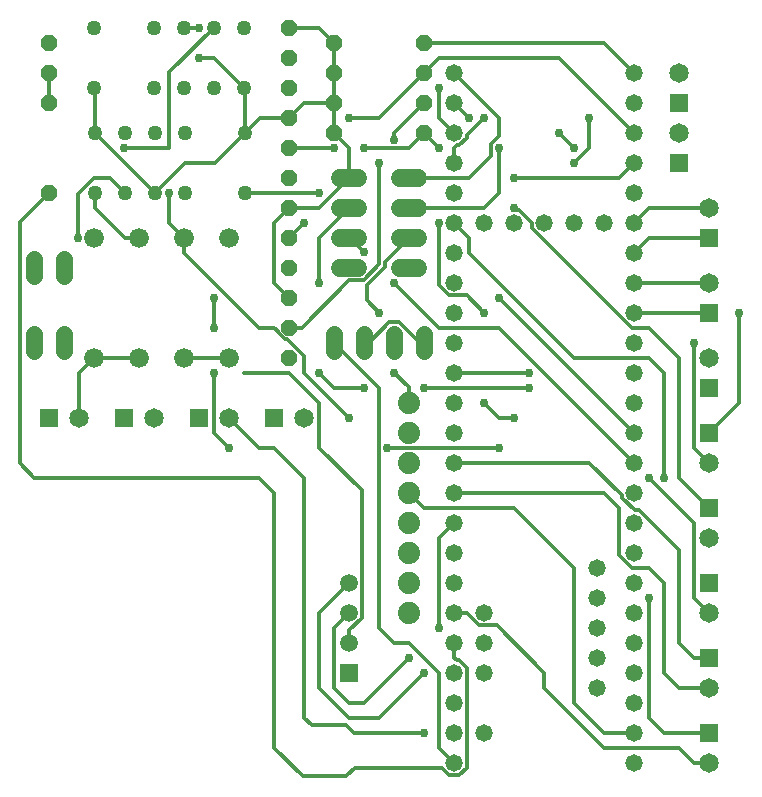
<source format=gbr>
G04 EAGLE Gerber RS-274X export*
G75*
%MOMM*%
%FSLAX34Y34*%
%LPD*%
%INTop Copper*%
%IPPOS*%
%AMOC8*
5,1,8,0,0,1.08239X$1,22.5*%
G01*
%ADD10C,1.422400*%
%ADD11C,1.270000*%
%ADD12C,1.676400*%
%ADD13P,1.429621X8X202.500000*%
%ADD14C,1.473200*%
%ADD15C,1.524000*%
%ADD16C,1.879600*%
%ADD17R,1.650000X1.650000*%
%ADD18C,1.650000*%
%ADD19P,1.429621X8X112.500000*%
%ADD20R,1.508000X1.508000*%
%ADD21C,1.508000*%
%ADD22P,1.429621X8X292.500000*%
%ADD23C,0.304800*%
%ADD24C,0.756400*%
%ADD25C,0.304800*%


D10*
X63500Y348488D02*
X63500Y362712D01*
X88900Y362712D02*
X88900Y348488D01*
X-241300Y411988D02*
X-241300Y426212D01*
X-215900Y426212D02*
X-215900Y411988D01*
D11*
X-190754Y571500D03*
X-139954Y571500D03*
X-114554Y571500D03*
X-89154Y571500D03*
X-63754Y571500D03*
X-63754Y622300D03*
X-89154Y622300D03*
X-114554Y622300D03*
X-139954Y622300D03*
X-190754Y622300D03*
D12*
X-114300Y444500D03*
X-114300Y342900D03*
X-76200Y444500D03*
X-76200Y342900D03*
X-190500Y444500D03*
X-190500Y342900D03*
X-152400Y444500D03*
X-152400Y342900D03*
D10*
X-241300Y348488D02*
X-241300Y362712D01*
X-215900Y362712D02*
X-215900Y348488D01*
D11*
X-62992Y533400D03*
X-113792Y533400D03*
X-139192Y533400D03*
X-164592Y533400D03*
X-189992Y533400D03*
X-189992Y482600D03*
X-164592Y482600D03*
X-139192Y482600D03*
X-113792Y482600D03*
X-62992Y482600D03*
D13*
X88900Y584200D03*
X12700Y584200D03*
X88900Y609600D03*
X12700Y609600D03*
X88900Y533400D03*
X12700Y533400D03*
X88900Y558800D03*
X12700Y558800D03*
D10*
X12700Y362712D02*
X12700Y348488D01*
X38100Y348488D02*
X38100Y362712D01*
D14*
X266700Y50800D03*
X266700Y76200D03*
X266700Y101600D03*
X266700Y127000D03*
X266700Y152400D03*
X266700Y177800D03*
X266700Y203200D03*
X266700Y228600D03*
X266700Y254000D03*
X266700Y279400D03*
X266700Y304800D03*
X266700Y330200D03*
X114300Y330200D03*
X114300Y304800D03*
X114300Y279400D03*
X114300Y254000D03*
X114300Y228600D03*
X114300Y203200D03*
X114300Y177800D03*
X114300Y152400D03*
X114300Y127000D03*
X114300Y101600D03*
X114300Y76200D03*
X266700Y25400D03*
X114300Y50800D03*
X114300Y25400D03*
X266700Y0D03*
X114300Y0D03*
X266700Y355600D03*
X114300Y355600D03*
X266700Y381000D03*
X266700Y406400D03*
X266700Y431800D03*
X266700Y457200D03*
X266700Y482600D03*
X266700Y508000D03*
X266700Y533400D03*
X266700Y558800D03*
X266700Y584200D03*
X114300Y584200D03*
X114300Y558800D03*
X114300Y533400D03*
X114300Y508000D03*
X114300Y482600D03*
X114300Y457200D03*
X114300Y431800D03*
X114300Y406400D03*
X114300Y381000D03*
X241300Y457200D03*
X190500Y457200D03*
X165100Y457200D03*
X215900Y457200D03*
X139700Y457200D03*
X139700Y25400D03*
X139700Y76200D03*
X139700Y101600D03*
X139700Y127000D03*
X234950Y63500D03*
X234950Y88900D03*
X234950Y114300D03*
X234950Y139700D03*
X234950Y165100D03*
D15*
X33020Y495300D02*
X17780Y495300D01*
X17780Y469900D02*
X33020Y469900D01*
X33020Y444500D02*
X17780Y444500D01*
X17780Y419100D02*
X33020Y419100D01*
X68580Y495300D02*
X83820Y495300D01*
X83820Y469900D02*
X68580Y469900D01*
X68580Y444500D02*
X83820Y444500D01*
X83820Y419100D02*
X68580Y419100D01*
D16*
X75819Y304800D03*
X75819Y279400D03*
X75819Y254000D03*
X75819Y228600D03*
X75819Y203200D03*
X75819Y177800D03*
X75819Y152400D03*
X75819Y127000D03*
D17*
X-228600Y292100D03*
D18*
X-203200Y292100D03*
D17*
X-101600Y292100D03*
D18*
X-76200Y292100D03*
D17*
X-38100Y292100D03*
D18*
X-12700Y292100D03*
D17*
X-165100Y292100D03*
D18*
X-139700Y292100D03*
D19*
X-25400Y546100D03*
X-25400Y495300D03*
X-25400Y520700D03*
X-25400Y469900D03*
X-25400Y419100D03*
X-25400Y444500D03*
X-25400Y393700D03*
X-25400Y342900D03*
X-25400Y368300D03*
X-25400Y622300D03*
X-25400Y571500D03*
X-25400Y596900D03*
D20*
X25400Y76200D03*
D21*
X25400Y101600D03*
X25400Y127000D03*
X25400Y152400D03*
D19*
X-228600Y584200D03*
X-228600Y609600D03*
D22*
X-228600Y558800D03*
X-228600Y482600D03*
D17*
X304800Y508000D03*
D18*
X304800Y533400D03*
D17*
X304800Y558800D03*
D18*
X304800Y584200D03*
D17*
X330200Y317500D03*
D18*
X330200Y342900D03*
D17*
X330200Y152400D03*
D18*
X330200Y127000D03*
D17*
X330200Y88900D03*
D18*
X330200Y63500D03*
D17*
X330200Y25400D03*
D18*
X330200Y0D03*
D17*
X330200Y381000D03*
D18*
X330200Y406400D03*
D17*
X330200Y444500D03*
D18*
X330200Y469900D03*
D17*
X330200Y279400D03*
D18*
X330200Y254000D03*
D17*
X330200Y215900D03*
D18*
X330200Y190500D03*
D23*
X55372Y419899D02*
X55372Y423672D01*
X55372Y419899D02*
X39986Y404514D01*
X55372Y423672D02*
X76200Y444500D01*
X39986Y404514D02*
X39986Y391814D01*
X50800Y381000D01*
D24*
X50800Y381000D03*
X63500Y330200D03*
D23*
X75819Y317881D01*
X75819Y304800D01*
D24*
X-89154Y622300D03*
D23*
X-127000Y584454D01*
X-127000Y520700D01*
X-165100Y520700D01*
D24*
X-165100Y520700D03*
X152400Y266700D03*
D23*
X57630Y266700D01*
D24*
X57630Y266700D03*
X-76200Y266700D03*
D23*
X-88900Y279400D01*
X-88900Y330200D01*
D24*
X-88900Y330200D03*
X-88900Y368300D03*
D23*
X-88900Y393700D01*
D24*
X-88900Y393700D03*
D23*
X-152400Y444500D02*
X-164592Y444500D01*
X-189992Y469900D01*
X-189992Y482600D01*
D24*
X177800Y317500D03*
D23*
X88900Y317500D01*
D24*
X88900Y317500D03*
X38100Y317500D03*
D23*
X12700Y317500D01*
X0Y330200D01*
D24*
X0Y330200D03*
X-204188Y444500D03*
D23*
X-193885Y491998D02*
X-193802Y491998D01*
X-190500Y495300D01*
X-177292Y495300D01*
X-164592Y482600D01*
X-193885Y491998D02*
X-204188Y481695D01*
X-204188Y444500D01*
X-25400Y622300D02*
X0Y622300D01*
X12700Y609600D01*
X12700Y584200D01*
X12700Y558800D01*
X12700Y533400D01*
X-12700Y558800D02*
X-25400Y546100D01*
X-12700Y558800D02*
X12700Y558800D01*
X12700Y533400D02*
X25400Y520700D01*
X25400Y495300D01*
X0Y469900D01*
X-25400Y469900D01*
X-38100Y457200D01*
X-38100Y406400D01*
X-25400Y393700D01*
X25400Y112026D02*
X25400Y101600D01*
X25400Y112026D02*
X35988Y122614D01*
X35988Y230712D01*
X0Y266700D02*
X0Y304800D01*
X-25400Y330200D01*
X-63500Y330200D01*
X0Y266700D02*
X35988Y230712D01*
X-101600Y622300D02*
X-114554Y622300D01*
D24*
X-101600Y622300D03*
X-101600Y596900D03*
D23*
X-89154Y596900D01*
X-63754Y571500D01*
X-76200Y342900D02*
X-114300Y342900D01*
X-139192Y482600D02*
X-113792Y508000D01*
X-88392Y508000D02*
X-63246Y533146D01*
X-62992Y533400D01*
X-88392Y508000D02*
X-113792Y508000D01*
X-139192Y482600D02*
X-189992Y533400D01*
X-189992Y570738D01*
X-190500Y342900D02*
X-152400Y342900D01*
X-63246Y570992D02*
X-63754Y571500D01*
X-63246Y570992D02*
X-63246Y533146D01*
X-62992Y533400D02*
X-50292Y546100D01*
X-25400Y546100D01*
X-203200Y330200D02*
X-203200Y292100D01*
X-203200Y330200D02*
X-190500Y342900D01*
X59292Y372872D02*
X67708Y372872D01*
X42020Y355600D02*
X38100Y355600D01*
X84980Y355600D02*
X88900Y355600D01*
X59292Y372872D02*
X42020Y355600D01*
X67708Y372872D02*
X84980Y355600D01*
X12700Y520700D02*
X-25400Y520700D01*
D24*
X12700Y520700D03*
X38100Y520700D03*
D23*
X76200Y520700D01*
X88900Y533400D01*
X101600Y520700D01*
D24*
X101600Y520700D03*
X165100Y495300D03*
D23*
X254000Y495300D01*
X266700Y508000D01*
X101600Y596900D02*
X88900Y584200D01*
X203200Y596900D02*
X266700Y533400D01*
X203200Y596900D02*
X101600Y596900D01*
X88900Y584200D02*
X50800Y546100D01*
X25400Y546100D01*
D24*
X25400Y546100D03*
X-12700Y457200D03*
D23*
X-25400Y444500D01*
X63500Y533400D02*
X88900Y558800D01*
X63500Y533400D02*
X63500Y527530D01*
D24*
X63500Y527530D03*
X50800Y508000D03*
D23*
X37439Y408432D02*
X25400Y408432D01*
X37439Y408432D02*
X50800Y421793D01*
X50800Y508000D01*
X25400Y408432D02*
X-14732Y368300D01*
X-25400Y368300D01*
X88900Y609600D02*
X241300Y609600D01*
X266700Y584200D01*
X114300Y101600D02*
X114300Y88900D01*
X118614Y86614D02*
X124714Y80514D01*
X124714Y-4314D02*
X118614Y-10414D01*
X109986Y-10414D01*
X116586Y86614D02*
X114300Y88900D01*
X116586Y86614D02*
X118614Y86614D01*
X104110Y-4538D02*
X109986Y-10414D01*
X104110Y-4538D02*
X29938Y-4538D01*
X124714Y-4314D02*
X124714Y80514D01*
X29938Y-4538D02*
X23588Y-10888D01*
X-253492Y457708D02*
X-228600Y482600D01*
X23588Y-10888D02*
X22952Y-11524D01*
X-13876Y-11524D01*
X-38100Y12700D01*
X-38100Y228600D01*
X-50800Y241300D01*
X-241300Y241300D02*
X-253492Y253492D01*
X-241300Y241300D02*
X-50800Y241300D01*
X-253492Y253492D02*
X-253492Y457708D01*
X25400Y444500D02*
X25626Y444500D01*
X38100Y432026D01*
D24*
X38100Y432026D03*
X63500Y406174D03*
D23*
X101374Y368300D01*
X152400Y368300D02*
X266700Y254000D01*
X152400Y368300D02*
X101374Y368300D01*
X0Y444500D02*
X25400Y469900D01*
X0Y444500D02*
X0Y406400D01*
D24*
X0Y406400D03*
X152400Y393700D03*
D23*
X266700Y279400D01*
X127000Y546100D02*
X114300Y558800D01*
D24*
X127000Y546100D03*
X152400Y520700D03*
D23*
X152400Y482600D01*
X139700Y469900D01*
X76200Y469900D01*
X76200Y495300D02*
X127000Y495300D01*
X145570Y513870D01*
X152400Y530359D02*
X152400Y546100D01*
X145570Y523529D02*
X145570Y513870D01*
X145570Y523529D02*
X152400Y530359D01*
X152400Y546100D02*
X114300Y584200D01*
X75819Y228600D02*
X88519Y215900D01*
X165100Y215900D02*
X215900Y165100D01*
X215900Y50800D01*
X241300Y25400D01*
X266700Y25400D01*
X165100Y215900D02*
X88519Y215900D01*
X38100Y330200D02*
X12700Y355600D01*
X38100Y330200D02*
X50800Y317500D01*
X50800Y114300D01*
X63500Y101600D01*
X76200Y101600D01*
X101600Y76200D02*
X101600Y12700D01*
X114300Y0D01*
X101600Y76200D02*
X76200Y101600D01*
D25*
X38100Y330200D03*
D24*
X228600Y546100D03*
D23*
X228600Y520700D01*
X215900Y508000D01*
D24*
X215900Y508000D03*
D23*
X25400Y127000D02*
X12700Y114300D01*
X12700Y63500D01*
X25400Y50800D01*
X38100Y50800D01*
X76200Y88900D01*
D24*
X76200Y88900D03*
D23*
X25400Y152400D02*
X0Y127000D01*
X0Y63500D01*
X25400Y38100D01*
X50800Y38100D02*
X88900Y76200D01*
D24*
X88900Y76200D03*
X101600Y114300D03*
D23*
X101600Y190500D01*
X114300Y203200D01*
X50800Y38100D02*
X25400Y38100D01*
X-50800Y266700D02*
X-76200Y292100D01*
X-50800Y266700D02*
X-38100Y266700D01*
X-12700Y241300D01*
X-12700Y38100D01*
D24*
X88900Y25400D03*
D23*
X29396Y25400D02*
X22952Y31844D01*
X29396Y25400D02*
X88900Y25400D01*
X-6444Y31844D02*
X-12700Y38100D01*
X-6444Y31844D02*
X22952Y31844D01*
X-228600Y558800D02*
X-228600Y584200D01*
X114300Y330200D02*
X177800Y330200D01*
D24*
X177800Y330200D03*
X279400Y241300D03*
D23*
X317500Y203200D01*
X317500Y139700D01*
X330200Y127000D01*
X241300Y228600D02*
X114300Y228600D01*
X241300Y228600D02*
X254000Y215900D01*
X264672Y165100D02*
X279400Y165100D01*
X292100Y152400D01*
X292100Y76200D01*
X304800Y63500D01*
X330200Y63500D01*
X254000Y175772D02*
X254000Y215900D01*
X254000Y175772D02*
X264672Y165100D01*
X228600Y254000D02*
X114300Y254000D01*
X256286Y226314D02*
X256286Y224286D01*
X256286Y226314D02*
X228600Y254000D01*
X266958Y213614D02*
X271014Y213614D01*
X304800Y179828D01*
X304800Y101600D01*
X317500Y88900D01*
X330200Y88900D01*
X266958Y213614D02*
X256286Y224286D01*
X124972Y127000D02*
X114300Y127000D01*
X150114Y116586D02*
X190500Y76200D01*
X135386Y116586D02*
X124972Y127000D01*
X135386Y116586D02*
X150114Y116586D01*
X190500Y76200D02*
X190500Y63500D01*
X317500Y0D02*
X330200Y0D01*
X304800Y12700D02*
X241300Y12700D01*
X304800Y12700D02*
X317500Y0D01*
X241300Y12700D02*
X190500Y63500D01*
D24*
X279400Y139700D03*
D23*
X279400Y38100D01*
X292100Y25400D01*
X330200Y25400D01*
X330200Y381000D02*
X266700Y381000D01*
X266700Y406400D02*
X330200Y406400D01*
X279400Y444500D02*
X266700Y431800D01*
X279400Y444500D02*
X330200Y444500D01*
X279400Y469900D02*
X266700Y457200D01*
X279400Y469900D02*
X330200Y469900D01*
X114300Y533400D02*
X101600Y546100D01*
X101600Y571500D01*
D24*
X101600Y571500D03*
X355600Y381000D03*
D23*
X355600Y304800D01*
X330200Y279400D01*
X114300Y508000D02*
X114300Y520700D01*
D24*
X139700Y546100D03*
D23*
X116586Y522986D02*
X114300Y520700D01*
X116586Y522986D02*
X118614Y522986D01*
X124714Y529086D01*
X124714Y531114D01*
X139700Y546100D01*
D24*
X203200Y533400D03*
D23*
X215900Y520700D01*
D24*
X215900Y520700D03*
X317500Y355600D03*
D23*
X317500Y266700D01*
X330200Y254000D01*
D24*
X165100Y469900D03*
D23*
X167386Y467614D01*
X169414Y467614D01*
X180086Y456942D01*
X180086Y452886D01*
X264672Y368300D02*
X279400Y368300D01*
X304800Y342900D01*
X264672Y368300D02*
X180086Y452886D01*
X304800Y342900D02*
X304800Y241300D01*
X330200Y215900D01*
X127000Y444500D02*
X114300Y457200D01*
X127000Y444500D02*
X127000Y431800D01*
X215900Y342900D02*
X279400Y342900D01*
X292100Y330200D01*
X215900Y342900D02*
X127000Y431800D01*
X292100Y330200D02*
X292100Y241300D01*
D24*
X292100Y241300D03*
D23*
X-114300Y444500D02*
X-127000Y457200D01*
X-127000Y482600D01*
D24*
X-127000Y482600D03*
X25400Y292100D03*
D23*
X-12700Y330200D01*
X-38100Y368300D02*
X-50800Y368300D01*
X-35052Y364302D02*
X-29398Y358648D01*
X-35052Y364302D02*
X-35052Y365252D01*
X-38100Y368300D01*
X-27498Y358648D02*
X-12700Y343850D01*
X-27498Y358648D02*
X-29398Y358648D01*
X-50800Y368300D02*
X-114300Y431800D01*
X-114300Y444500D01*
X-12700Y343850D02*
X-12700Y330200D01*
D24*
X165100Y292100D03*
D23*
X152400Y292100D01*
X139700Y304800D01*
D24*
X139700Y304800D03*
X139700Y381000D03*
X101600Y457200D03*
D23*
X124714Y395986D02*
X139700Y381000D01*
X124714Y395986D02*
X109986Y395986D01*
X101600Y404372D01*
X101600Y457200D01*
D24*
X0Y482600D03*
D23*
X-62992Y482600D01*
M02*

</source>
